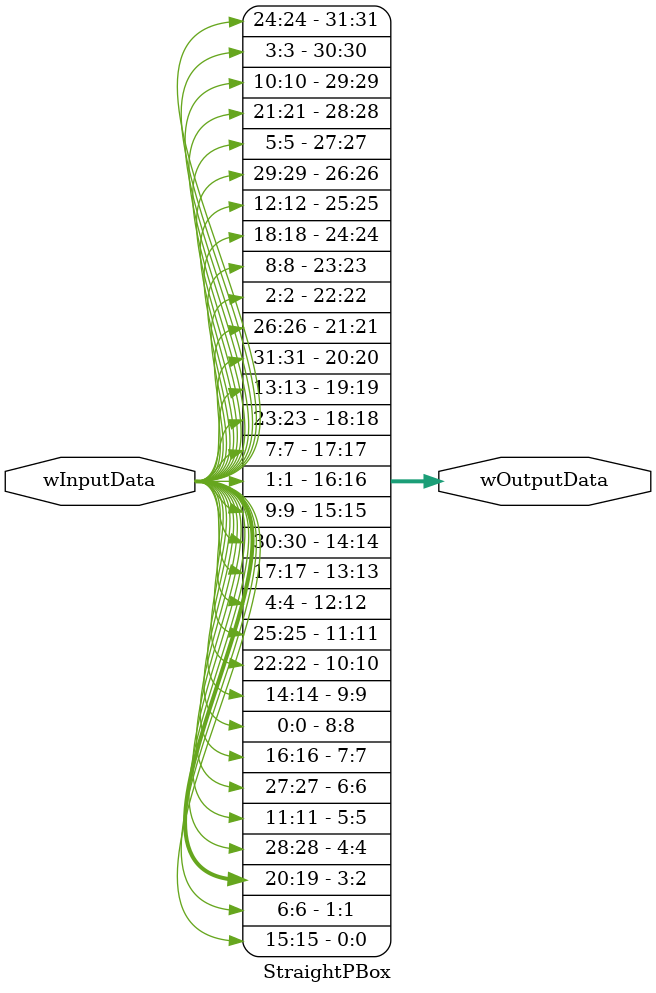
<source format=v>
/* 
 * Feistal Function Final Permutation
 * for DES encryption algorithm
 * 
 */

module StraightPBox(wOutputData, wInputData);

   //input is 32 bit
   input wire [31:0] wInputData ;
   //output is 32 bit
   output reg [31:0] wOutputData ;
always @*
begin
    wOutputData[0] <= wInputData[15];
    wOutputData[1] <= wInputData[6];
    wOutputData[2] <= wInputData[19];
    wOutputData[3] <= wInputData[20];
   
    wOutputData[4] <= wInputData[28];
    wOutputData[5] <= wInputData[11];
    wOutputData[6] <= wInputData[27];
    wOutputData[7] <= wInputData[16];
   
    wOutputData[8] <= wInputData[0];
    wOutputData[9] <= wInputData[14];
    wOutputData[10] <= wInputData[22];
    wOutputData[11] <= wInputData[25];
   
    wOutputData[12] <= wInputData[4];
    wOutputData[13] <= wInputData[17];
    wOutputData[14] <= wInputData[30];
    wOutputData[15] <= wInputData[9];
   
    wOutputData[16] <= wInputData[1];
    wOutputData[17] <= wInputData[7];
    wOutputData[18] <= wInputData[23];
    wOutputData[19] <= wInputData[13];
   
    wOutputData[20] <= wInputData[31];
    wOutputData[21] <= wInputData[26];
    wOutputData[22] <= wInputData[2];
    wOutputData[23] <= wInputData[8];
   
    wOutputData[24] <= wInputData[18];
    wOutputData[25] <= wInputData[12];
    wOutputData[26] <= wInputData[29];
    wOutputData[27] <= wInputData[5];
   
    wOutputData[28] <= wInputData[21];
    wOutputData[29] <= wInputData[10];
    wOutputData[30] <= wInputData[3];
    wOutputData[31] <= wInputData[24];
   end
endmodule // StraightPBox


</source>
